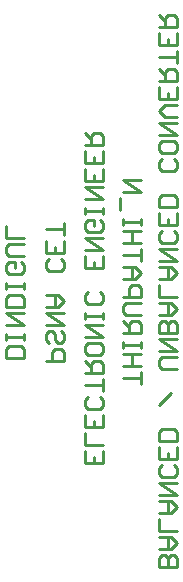
<source format=gbo>
G04*
G04 #@! TF.GenerationSoftware,Altium Limited,Altium Designer,21.2.0 (30)*
G04*
G04 Layer_Color=32896*
%FSLAX44Y44*%
%MOMM*%
G71*
G04*
G04 #@! TF.SameCoordinates,A6CD76A2-BFCB-4AF9-B6D0-9A86C89395A1*
G04*
G04*
G04 #@! TF.FilePolarity,Positive*
G04*
G01*
G75*
%ADD12C,0.2540*%
D12*
X955035Y463550D02*
X939800D01*
Y471167D01*
X942339Y473707D01*
X952496D01*
X955035Y471167D01*
Y463550D01*
Y478785D02*
Y483863D01*
Y481324D01*
X939800D01*
Y478785D01*
Y483863D01*
Y491481D02*
X955035D01*
X939800Y501638D01*
X955035D01*
Y506716D02*
X939800D01*
Y514334D01*
X942339Y516873D01*
X952496D01*
X955035Y514334D01*
Y506716D01*
Y521951D02*
Y527029D01*
Y524490D01*
X939800D01*
Y521951D01*
Y527029D01*
X952496Y544804D02*
X955035Y542265D01*
Y537186D01*
X952496Y534647D01*
X942339D01*
X939800Y537186D01*
Y542265D01*
X942339Y544804D01*
X947418D01*
Y539725D01*
X955035Y549882D02*
X942339D01*
X939800Y552421D01*
Y557500D01*
X942339Y560039D01*
X955035D01*
Y565117D02*
X939800D01*
Y575274D01*
X974090Y461010D02*
X989325D01*
Y468628D01*
X986786Y471167D01*
X981708D01*
X979168Y468628D01*
Y461010D01*
X986786Y486402D02*
X989325Y483863D01*
Y478784D01*
X986786Y476245D01*
X984247D01*
X981708Y478784D01*
Y483863D01*
X979168Y486402D01*
X976629D01*
X974090Y483863D01*
Y478784D01*
X976629Y476245D01*
X974090Y491480D02*
X989325D01*
X974090Y501637D01*
X989325D01*
X974090Y506715D02*
X984247D01*
X989325Y511794D01*
X984247Y516872D01*
X974090D01*
X981708D01*
Y506715D01*
X986786Y547342D02*
X989325Y544803D01*
Y539725D01*
X986786Y537185D01*
X976629D01*
X974090Y539725D01*
Y544803D01*
X976629Y547342D01*
X989325Y562577D02*
Y552420D01*
X974090D01*
Y562577D01*
X981708Y552420D02*
Y557499D01*
X989325Y567655D02*
Y577812D01*
Y572734D01*
X974090D01*
X1022345Y384807D02*
Y374650D01*
X1007110D01*
Y384807D01*
X1014727Y374650D02*
Y379728D01*
X1022345Y389885D02*
X1007110D01*
Y400042D01*
X1022345Y415277D02*
Y405120D01*
X1007110D01*
Y415277D01*
X1014727Y405120D02*
Y410199D01*
X1019806Y430512D02*
X1022345Y427973D01*
Y422894D01*
X1019806Y420355D01*
X1009649D01*
X1007110Y422894D01*
Y427973D01*
X1009649Y430512D01*
X1022345Y435590D02*
Y445747D01*
Y440669D01*
X1007110D01*
Y450825D02*
X1022345D01*
Y458443D01*
X1019806Y460982D01*
X1014727D01*
X1012188Y458443D01*
Y450825D01*
Y455904D02*
X1007110Y460982D01*
X1022345Y473678D02*
Y468600D01*
X1019806Y466060D01*
X1009649D01*
X1007110Y468600D01*
Y473678D01*
X1009649Y476217D01*
X1019806D01*
X1022345Y473678D01*
X1007110Y481296D02*
X1022345D01*
X1007110Y491452D01*
X1022345D01*
Y496531D02*
Y501609D01*
Y499070D01*
X1007110D01*
Y496531D01*
Y501609D01*
X1019806Y519383D02*
X1022345Y516844D01*
Y511766D01*
X1019806Y509226D01*
X1009649D01*
X1007110Y511766D01*
Y516844D01*
X1009649Y519383D01*
X1022345Y549853D02*
Y539697D01*
X1007110D01*
Y549853D01*
X1014727Y539697D02*
Y544775D01*
X1007110Y554932D02*
X1022345D01*
X1007110Y565088D01*
X1022345D01*
X1019806Y580323D02*
X1022345Y577784D01*
Y572706D01*
X1019806Y570167D01*
X1009649D01*
X1007110Y572706D01*
Y577784D01*
X1009649Y580323D01*
X1014727D01*
Y575245D01*
X1022345Y585402D02*
Y590480D01*
Y587941D01*
X1007110D01*
Y585402D01*
Y590480D01*
Y598098D02*
X1022345D01*
X1007110Y608254D01*
X1022345D01*
Y623489D02*
Y613333D01*
X1007110D01*
Y623489D01*
X1014727Y613333D02*
Y618411D01*
X1022345Y638725D02*
Y628568D01*
X1007110D01*
Y638725D01*
X1014727Y628568D02*
Y633646D01*
X1007110Y643803D02*
X1022345D01*
Y651421D01*
X1019806Y653960D01*
X1014727D01*
X1012188Y651421D01*
Y643803D01*
Y648881D02*
X1007110Y653960D01*
X1054094Y441960D02*
Y452117D01*
Y447038D01*
X1038859D01*
X1054094Y457195D02*
X1038859D01*
X1046477D01*
Y467352D01*
X1054094D01*
X1038859D01*
X1054094Y472430D02*
Y477509D01*
Y474969D01*
X1038859D01*
Y472430D01*
Y477509D01*
Y485126D02*
X1054094D01*
Y492744D01*
X1051555Y495283D01*
X1046477D01*
X1043938Y492744D01*
Y485126D01*
Y490204D02*
X1038859Y495283D01*
X1054094Y500361D02*
X1041398D01*
X1038859Y502900D01*
Y507979D01*
X1041398Y510518D01*
X1054094D01*
X1038859Y515596D02*
X1054094D01*
Y523214D01*
X1051555Y525753D01*
X1046477D01*
X1043938Y523214D01*
Y515596D01*
X1038859Y530831D02*
X1049016D01*
X1054094Y535910D01*
X1049016Y540988D01*
X1038859D01*
X1046477D01*
Y530831D01*
X1054094Y546066D02*
Y556223D01*
Y551145D01*
X1038859D01*
X1054094Y561301D02*
X1038859D01*
X1046477D01*
Y571458D01*
X1054094D01*
X1038859D01*
X1054094Y576536D02*
Y581615D01*
Y579076D01*
X1038859D01*
Y576536D01*
Y581615D01*
X1036320Y589232D02*
Y599389D01*
X1038859Y604467D02*
X1054094D01*
X1038859Y614624D01*
X1054094D01*
X1084575Y287020D02*
X1069340D01*
Y294638D01*
X1071879Y297177D01*
X1074418D01*
X1076957Y294638D01*
Y287020D01*
Y294638D01*
X1079497Y297177D01*
X1082036D01*
X1084575Y294638D01*
Y287020D01*
X1069340Y302255D02*
X1079497D01*
X1084575Y307333D01*
X1079497Y312412D01*
X1069340D01*
X1076957D01*
Y302255D01*
X1084575Y317490D02*
X1069340D01*
Y327647D01*
Y332725D02*
X1079497D01*
X1084575Y337804D01*
X1079497Y342882D01*
X1069340D01*
X1076957D01*
Y332725D01*
X1069340Y347960D02*
X1084575D01*
X1069340Y358117D01*
X1084575D01*
X1082036Y373352D02*
X1084575Y370813D01*
Y365734D01*
X1082036Y363195D01*
X1071879D01*
X1069340Y365734D01*
Y370813D01*
X1071879Y373352D01*
X1084575Y388587D02*
Y378430D01*
X1069340D01*
Y388587D01*
X1076957Y378430D02*
Y383509D01*
X1084575Y393666D02*
X1069340D01*
Y401283D01*
X1071879Y403822D01*
X1082036D01*
X1084575Y401283D01*
Y393666D01*
X1069340Y424136D02*
X1079497Y434292D01*
X1084575Y454606D02*
X1071879D01*
X1069340Y457145D01*
Y462223D01*
X1071879Y464762D01*
X1084575D01*
X1069340Y469841D02*
X1084575D01*
X1069340Y479998D01*
X1084575D01*
Y485076D02*
X1069340D01*
Y492693D01*
X1071879Y495233D01*
X1074418D01*
X1076957Y492693D01*
Y485076D01*
Y492693D01*
X1079497Y495233D01*
X1082036D01*
X1084575Y492693D01*
Y485076D01*
X1069340Y500311D02*
X1079497D01*
X1084575Y505389D01*
X1079497Y510468D01*
X1069340D01*
X1076957D01*
Y500311D01*
X1084575Y515546D02*
X1069340D01*
Y525703D01*
Y530781D02*
X1079497D01*
X1084575Y535859D01*
X1079497Y540938D01*
X1069340D01*
X1076957D01*
Y530781D01*
X1069340Y546016D02*
X1084575D01*
X1069340Y556173D01*
X1084575D01*
X1082036Y571408D02*
X1084575Y568869D01*
Y563791D01*
X1082036Y561251D01*
X1071879D01*
X1069340Y563791D01*
Y568869D01*
X1071879Y571408D01*
X1084575Y586643D02*
Y576486D01*
X1069340D01*
Y586643D01*
X1076957Y576486D02*
Y581565D01*
X1084575Y591721D02*
X1069340D01*
Y599339D01*
X1071879Y601878D01*
X1082036D01*
X1084575Y599339D01*
Y591721D01*
X1082036Y632348D02*
X1084575Y629809D01*
Y624731D01*
X1082036Y622192D01*
X1071879D01*
X1069340Y624731D01*
Y629809D01*
X1071879Y632348D01*
X1084575Y645044D02*
Y639966D01*
X1082036Y637427D01*
X1071879D01*
X1069340Y639966D01*
Y645044D01*
X1071879Y647583D01*
X1082036D01*
X1084575Y645044D01*
X1069340Y652662D02*
X1084575D01*
X1069340Y662819D01*
X1084575D01*
Y667897D02*
X1074418D01*
X1069340Y672975D01*
X1074418Y678054D01*
X1084575D01*
Y693289D02*
Y683132D01*
X1069340D01*
Y693289D01*
X1076957Y683132D02*
Y688210D01*
X1069340Y698367D02*
X1084575D01*
Y705984D01*
X1082036Y708524D01*
X1076957D01*
X1074418Y705984D01*
Y698367D01*
Y703445D02*
X1069340Y708524D01*
X1084575Y713602D02*
Y723759D01*
Y718680D01*
X1069340D01*
X1084575Y738994D02*
Y728837D01*
X1069340D01*
Y738994D01*
X1076957Y728837D02*
Y733915D01*
X1069340Y744072D02*
X1084575D01*
Y751690D01*
X1082036Y754229D01*
X1076957D01*
X1074418Y751690D01*
Y744072D01*
Y749150D02*
X1069340Y754229D01*
M02*

</source>
